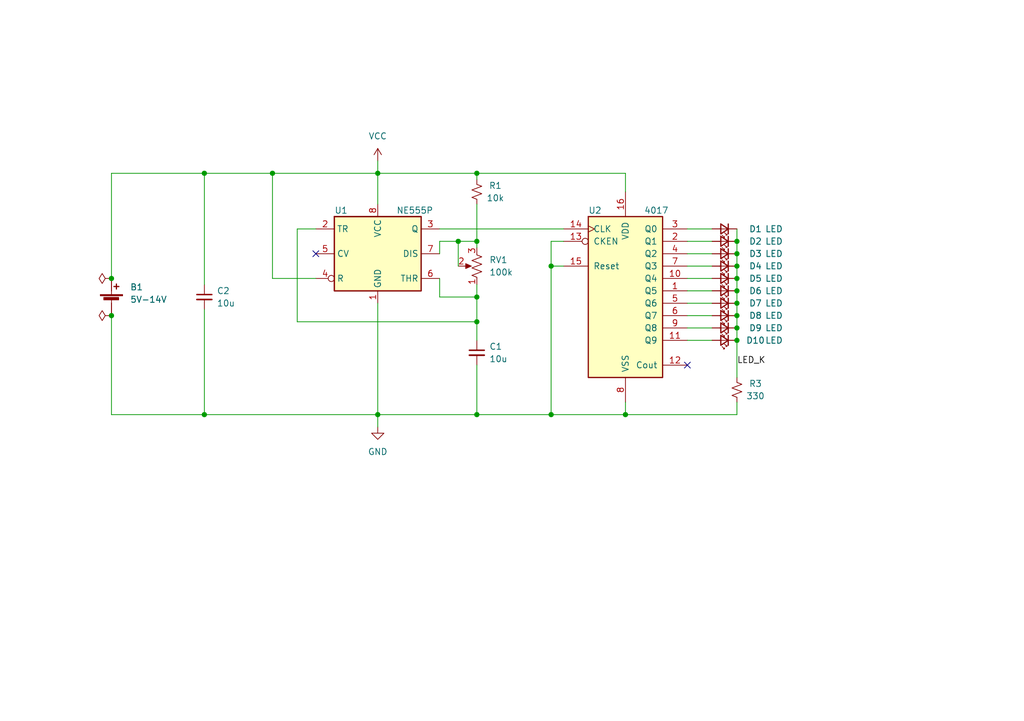
<source format=kicad_sch>
(kicad_sch (version 20211123) (generator eeschema)
  (paper "A5")
  (title_block (title "Solder Project") (comment 1 "By Zane C"))
  (lib_symbols
    (symbol "4xxx:4017" (pin_names (offset 1.016))
      (property "Reference" "U" (at -7.62 16.51 0))
      (property "Value" "4017" (at -7.62 -19.05 0))
      (symbol "4017_1_0"
        (pin output line (at 12.7 0 180) (length 5.08) (name "Q5") (number "1"))
        (pin output line (at 12.7 2.54 180) (length 5.08) (name "Q4") (number "10"))
        (pin output line (at 12.7 -10.16 180) (length 5.08) (name "Q9") (number "11"))
        (pin output line (at 12.7 -15.24 180) (length 5.08) (name "Cout") (number "12"))
        (pin input inverted (at -12.7 10.16 0) (length 5.08) (name "CKEN") (number "13"))
        (pin input clock (at -12.7 12.7 0) (length 5.08) (name "CLK") (number "14"))
        (pin input line (at -12.7 5.08 0) (length 5.08) (name "Reset") (number "15"))
        (pin power_in line (at 0 20.32 270) (length 5.08) (name "VDD") (number "16"))
        (pin output line (at 12.7 10.16 180) (length 5.08) (name "Q1") (number "2"))
        (pin output line (at 12.7 12.7 180) (length 5.08) (name "Q0") (number "3"))
        (pin output line (at 12.7 7.62 180) (length 5.08) (name "Q2") (number "4"))
        (pin output line (at 12.7 -2.54 180) (length 5.08) (name "Q6") (number "5"))
        (pin output line (at 12.7 -5.08 180) (length 5.08) (name "Q7") (number "6"))
        (pin output line (at 12.7 5.08 180) (length 5.08) (name "Q3") (number "7"))
        (pin power_in line (at 0 -22.86 90) (length 5.08) (name "VSS") (number "8"))
        (pin output line (at 12.7 -7.62 180) (length 5.08) (name "Q8") (number "9"))
      )
      (symbol "4017_1_1"
        (rectangle (start -7.62 15.24) (end 7.62 -17.78) (stroke (width 0.254)) (fill (type background)))
      )
    )
    (symbol "Device:Battery_Cell" (pin_numbers hide) (pin_names (offset 0) hide)
      (property "Reference" "BT" (at 2.54 2.54 0))
      (property "Value" "Battery_Cell" (at 2.54 0 0))
      (symbol "Battery_Cell_0_1"
        (rectangle (start -2.286 1.778) (end 2.286 1.524) (fill (type outline)))
        (rectangle (start -1.5748 1.1938) (end 1.4732 0.6858) (fill (type outline)))
        (polyline (pts (xy 0 0.762) (xy 0 0)))
        (polyline (pts (xy 0 1.778) (xy 0 2.54)))
        (polyline (pts (xy 0.508 3.429) (xy 1.524 3.429)) (stroke (width 0.254)))
        (polyline (pts (xy 1.016 3.937) (xy 1.016 2.921)) (stroke (width 0.254)))
      )
      (symbol "Battery_Cell_1_1"
        (pin passive line (at 0 5.08 270) (length 2.54) (name "+") (number "1"))
        (pin passive line (at 0 -2.54 90) (length 2.54) (name "-") (number "2"))
      )
    )
    (symbol "Device:C_Small" (pin_numbers hide) (pin_names (offset 0.254) hide)
      (property "Reference" "C" (at 0.254 1.778 0))
      (property "Value" "C_Small" (at 0.254 -2.032 0))
      (symbol "C_Small_0_1"
        (polyline (pts (xy -1.524 -0.508) (xy 1.524 -0.508)) (stroke (width 0.3302)))
        (polyline (pts (xy -1.524 0.508) (xy 1.524 0.508)) (stroke (width 0.3048)))
      )
      (symbol "C_Small_1_1"
        (pin passive line (at 0 2.54 270) (length 2.032) (name "~") (number "1"))
        (pin passive line (at 0 -2.54 90) (length 2.032) (name "~") (number "2"))
      )
    )
    (symbol "Device:LED_Small" (pin_numbers hide) (pin_names (offset 0.254) hide)
      (property "Reference" "D" (at -1.27 3.175 0))
      (property "Value" "LED_Small" (at -4.445 -2.54 0))
      (symbol "LED_Small_0_1"
        (polyline (pts (xy -0.762 -1.016) (xy -0.762 1.016)) (stroke (width 0.254)))
        (polyline (pts (xy 1.016 0) (xy -0.762 0)))
        (polyline (pts (xy 0.762 -1.016) (xy -0.762 0) (xy 0.762 1.016) (xy 0.762 -1.016)) (stroke (width 0.254)))
        (polyline (pts (xy 0 0.762) (xy -0.508 1.27) (xy -0.254 1.27) (xy -0.508 1.27) (xy -0.508 1.016)))
        (polyline (pts (xy 0.508 1.27) (xy 0 1.778) (xy 0.254 1.778) (xy 0 1.778) (xy 0 1.524)))
      )
      (symbol "LED_Small_1_1"
        (pin passive line (at -2.54 0 0) (length 1.778) (name "K") (number "1"))
        (pin passive line (at 2.54 0 180) (length 1.778) (name "A") (number "2"))
      )
    )
    (symbol "Device:R_Potentiometer_US" (pin_names (offset 1.016) hide)
      (property "Reference" "RV" (at -4.445 0 90))
      (property "Value" "R_Potentiometer_US" (at -2.54 0 90))
      (symbol "R_Potentiometer_US_0_1"
        (polyline (pts (xy 0 -2.286) (xy 0 -2.54)))
        (polyline (pts (xy 0 2.54) (xy 0 2.286)))
        (polyline (pts (xy 2.54 0) (xy 1.524 0)))
        (polyline (pts (xy 1.143 0) (xy 2.286 0.508) (xy 2.286 -0.508) (xy 1.143 0)) (fill (type outline)))
        (polyline (pts (xy 0 -0.762) (xy 1.016 -1.143) (xy 0 -1.524) (xy -1.016 -1.905) (xy 0 -2.286)))
        (polyline (pts (xy 0 0.762) (xy 1.016 0.381) (xy 0 0) (xy -1.016 -0.381) (xy 0 -0.762)))
        (polyline (pts (xy 0 2.286) (xy 1.016 1.905) (xy 0 1.524) (xy -1.016 1.143) (xy 0 0.762)))
      )
      (symbol "R_Potentiometer_US_1_1"
        (pin passive line (at 0 3.81 270) (length 1.27) (name "1") (number "1"))
        (pin passive line (at 3.81 0 180) (length 1.27) (name "2") (number "2"))
        (pin passive line (at 0 -3.81 90) (length 1.27) (name "3") (number "3"))
      )
    )
    (symbol "Device:R_Small_US" (pin_numbers hide) (pin_names (offset 0.254) hide)
      (property "Reference" "R" (at 0.762 0.508 0))
      (property "Value" "R_Small_US" (at 0.762 -1.016 0))
      (symbol "R_Small_US_1_1"
        (polyline (pts (xy 0 0) (xy 1.016 -0.381) (xy 0 -0.762) (xy -1.016 -1.143) (xy 0 -1.524)))
        (polyline (pts (xy 0 1.524) (xy 1.016 1.143) (xy 0 0.762) (xy -1.016 0.381) (xy 0 0)))
        (pin passive line (at 0 2.54 270) (length 1.016) (name "~") (number "1"))
        (pin passive line (at 0 -2.54 90) (length 1.016) (name "~") (number "2"))
      )
    )
    (symbol "Timer:NE555P"
      (property "Reference" "U" (at -10.16 8.89 0))
      (property "Value" "NE555P" (at 2.54 8.89 0))
      (symbol "NE555P_0_0"
        (pin power_in line (at 0 -10.16 90) (length 2.54) (name "GND") (number "1"))
        (pin power_in line (at 0 10.16 270) (length 2.54) (name "VCC") (number "8"))
      )
      (symbol "NE555P_0_1"
        (rectangle (start -8.89 -7.62) (end 8.89 7.62) (stroke (width 0.254)) (fill (type background)))
        (rectangle (start -8.89 -7.62) (end 8.89 7.62) (stroke (width 0.254)) (fill (type background)))
      )
      (symbol "NE555P_1_1"
        (pin input line (at -12.7 5.08 0) (length 3.81) (name "TR") (number "2"))
        (pin output line (at 12.7 5.08 180) (length 3.81) (name "Q") (number "3"))
        (pin input inverted (at -12.7 -5.08 0) (length 3.81) (name "R") (number "4"))
        (pin input line (at -12.7 0 0) (length 3.81) (name "CV") (number "5"))
        (pin input line (at 12.7 -5.08 180) (length 3.81) (name "THR") (number "6"))
        (pin input line (at 12.7 0 180) (length 3.81) (name "DIS") (number "7"))
      )
    )
    (symbol "power:GND" (power) (pin_names (offset 0))
      (property "Value" "GND" (at 0 -3.81 0))
      (symbol "GND_0_1"
        (polyline (pts (xy 0 0) (xy 0 -1.27) (xy 1.27 -1.27) (xy 0 -2.54) (xy -1.27 -1.27) (xy 0 -1.27)))
      )
      (symbol "GND_1_1"
        (pin power_in line (at 0 0 270) (length 0) hide (name "GND") (number "1"))
      )
    )
    (symbol "power:PWR_FLAG" (power) (pin_numbers hide) (pin_names (offset 0) hide)
      (property "Value" "PWR_FLAG" (at 0 3.81 0))
      (symbol "PWR_FLAG_0_0"
        (pin power_out line (at 0 0 90) (length 0) (name "pwr") (number "1"))
      )
      (symbol "PWR_FLAG_0_1"
        (polyline (pts (xy 0 0) (xy 0 1.27) (xy -1.016 1.905) (xy 0 2.54) (xy 1.016 1.905) (xy 0 1.27)))
      )
    )
    (symbol "power:VCC" (power) (pin_names (offset 0))
      (property "Value" "VCC" (at 0 3.81 0))
      (symbol "VCC_0_1"
        (polyline (pts (xy -0.762 1.27) (xy 0 2.54)))
        (polyline (pts (xy 0 0) (xy 0 2.54)))
        (polyline (pts (xy 0 2.54) (xy 0.762 1.27)))
      )
      (symbol "VCC_1_1"
        (pin power_in line (at 0 0 90) (length 0) hide (name "VCC") (number "1"))
      )
    )
  )
  (junction (at 151.13 67.31))
  (junction (at 113.03 54.61))
  (junction (at 151.13 64.77))
  (junction (at 41.91 85.09))
  (junction (at 151.13 62.23))
  (junction (at 97.79 85.09))
  (junction (at 41.91 35.56))
  (junction (at 77.47 85.09))
  (junction (at 93.98 49.53))
  (junction (at 55.88 35.56))
  (junction (at 113.03 85.09))
  (junction (at 151.13 49.53))
  (junction (at 151.13 54.61))
  (junction (at 97.79 60.96))
  (junction (at 151.13 52.07))
  (junction (at 22.86 64.77))
  (junction (at 151.13 69.85))
  (junction (at 97.79 49.53))
  (junction (at 151.13 59.69))
  (junction (at 151.13 57.15))
  (junction (at 97.79 66.04))
  (junction (at 22.86 57.15))
  (junction (at 128.27 85.09))
  (junction (at 97.79 35.56))
  (junction (at 77.47 35.56))
  (no_connect (at 140.97 74.93))
  (no_connect (at 64.77 52.07))
  (wire (pts (xy 22.86 85.09) (xy 41.91 85.09)))
  (wire (pts (xy 22.86 35.56) (xy 22.86 57.15)))
  (wire (pts (xy 41.91 35.56) (xy 41.91 58.42)))
  (wire (pts (xy 151.13 85.09) (xy 128.27 85.09)))
  (wire (pts (xy 146.05 52.07) (xy 140.97 52.07)))
  (wire (pts (xy 146.05 59.69) (xy 140.97 59.69)))
  (wire (pts (xy 151.13 82.55) (xy 151.13 85.09)))
  (wire (pts (xy 77.47 35.56) (xy 97.79 35.56)))
  (wire (pts (xy 128.27 85.09) (xy 128.27 82.55)))
  (wire (pts (xy 97.79 41.91) (xy 97.79 49.53)))
  (wire (pts (xy 146.05 57.15) (xy 140.97 57.15)))
  (wire (pts (xy 93.98 49.53) (xy 93.98 54.61)))
  (wire (pts (xy 90.17 46.99) (xy 115.57 46.99)))
  (wire (pts (xy 97.79 50.8) (xy 97.79 49.53)))
  (wire (pts (xy 41.91 35.56) (xy 22.86 35.56)))
  (wire (pts (xy 90.17 52.07) (xy 90.17 49.53)))
  (wire (pts (xy 77.47 85.09) (xy 77.47 87.63)))
  (wire (pts (xy 151.13 69.85) (xy 151.13 77.47)))
  (wire (pts (xy 90.17 60.96) (xy 90.17 57.15)))
  (wire (pts (xy 77.47 35.56) (xy 77.47 41.91)))
  (wire (pts (xy 146.05 54.61) (xy 140.97 54.61)))
  (wire (pts (xy 151.13 52.07) (xy 151.13 54.61)))
  (wire (pts (xy 97.79 60.96) (xy 90.17 60.96)))
  (wire (pts (xy 90.17 49.53) (xy 93.98 49.53)))
  (wire (pts (xy 128.27 35.56) (xy 128.27 39.37)))
  (wire (pts (xy 55.88 35.56) (xy 41.91 35.56)))
  (wire (pts (xy 60.96 66.04) (xy 60.96 46.99)))
  (wire (pts (xy 151.13 62.23) (xy 151.13 64.77)))
  (wire (pts (xy 97.79 35.56) (xy 128.27 35.56)))
  (wire (pts (xy 41.91 63.5) (xy 41.91 85.09)))
  (wire (pts (xy 97.79 60.96) (xy 97.79 66.04)))
  (wire (pts (xy 151.13 46.99) (xy 151.13 49.53)))
  (wire (pts (xy 151.13 59.69) (xy 151.13 62.23)))
  (wire (pts (xy 146.05 69.85) (xy 140.97 69.85)))
  (wire (pts (xy 146.05 49.53) (xy 140.97 49.53)))
  (wire (pts (xy 97.79 60.96) (xy 97.79 58.42)))
  (wire (pts (xy 60.96 46.99) (xy 64.77 46.99)))
  (wire (pts (xy 151.13 49.53) (xy 151.13 52.07)))
  (wire (pts (xy 64.77 57.15) (xy 55.88 57.15)))
  (wire (pts (xy 77.47 85.09) (xy 97.79 85.09)))
  (wire (pts (xy 113.03 85.09) (xy 128.27 85.09)))
  (wire (pts (xy 77.47 33.02) (xy 77.47 35.56)))
  (wire (pts (xy 113.03 54.61) (xy 115.57 54.61)))
  (wire (pts (xy 97.79 66.04) (xy 97.79 69.85)))
  (wire (pts (xy 146.05 67.31) (xy 140.97 67.31)))
  (wire (pts (xy 77.47 62.23) (xy 77.47 85.09)))
  (wire (pts (xy 41.91 85.09) (xy 77.47 85.09)))
  (wire (pts (xy 146.05 64.77) (xy 140.97 64.77)))
  (wire (pts (xy 113.03 49.53) (xy 113.03 54.61)))
  (wire (pts (xy 146.05 46.99) (xy 140.97 46.99)))
  (wire (pts (xy 151.13 67.31) (xy 151.13 69.85)))
  (wire (pts (xy 55.88 35.56) (xy 77.47 35.56)))
  (wire (pts (xy 60.96 66.04) (xy 97.79 66.04)))
  (wire (pts (xy 151.13 54.61) (xy 151.13 57.15)))
  (wire (pts (xy 151.13 57.15) (xy 151.13 59.69)))
  (wire (pts (xy 22.86 64.77) (xy 22.86 85.09)))
  (wire (pts (xy 97.79 74.93) (xy 97.79 85.09)))
  (wire (pts (xy 113.03 54.61) (xy 113.03 85.09)))
  (wire (pts (xy 55.88 57.15) (xy 55.88 35.56)))
  (wire (pts (xy 97.79 85.09) (xy 113.03 85.09)))
  (wire (pts (xy 151.13 64.77) (xy 151.13 67.31)))
  (wire (pts (xy 146.05 62.23) (xy 140.97 62.23)))
  (wire (pts (xy 97.79 35.56) (xy 97.79 36.83)))
  (wire (pts (xy 113.03 49.53) (xy 115.57 49.53)))
  (wire (pts (xy 93.98 49.53) (xy 97.79 49.53)))
  (label "LED_K" (at 151.13 74.93 0))
  (symbol (lib_id "power:VCC") (at 77.47 33.02 0) (unit 1)
    (property "Reference" "#PWR0102" (effects hide))
    (property "Value" "VCC" (at 77.47 27.94 0))
  )
  (symbol (lib_id "Device:LED_Small") (at 148.59 49.53 180) (unit 1)
    (property "Reference" "D2" (at 154.94 49.53 0))
    (property "Value" "LED" (at 158.75 49.53 0))
    (property "Footprint" "LED_THT:LED_D4.0mm" (effects hide))
    (property "Datasheet" "https://www.mouser.com/datasheet/2/723/C5SMF_RJF_RJE_GJF_GJE_BJF_BJE_1240-2256911.pdf" (effects hide))
  )
  (symbol (lib_id "Device:LED_Small") (at 148.59 54.61 180) (unit 1)
    (property "Reference" "D4" (at 154.94 54.61 0))
    (property "Value" "LED" (at 158.75 54.61 0))
    (property "Footprint" "LED_THT:LED_D4.0mm" (effects hide))
    (property "Datasheet" "https://www.mouser.com/datasheet/2/723/C5SMF_RJF_RJE_GJF_GJE_BJF_BJE_1240-2256911.pdf" (effects hide))
  )
  (symbol (lib_id "Device:C_Small") (at 97.79 72.39 0) (unit 1)
    (property "Reference" "C1" (at 100.33 71.12 0) (effects (justify left)))
    (property "Value" "10u" (at 100.33 73.6662 0) (effects (justify left)))
    (property "Footprint" "Capacitor_THT:CP_Radial_D5.0mm_P2.00mm" (effects hide))
    (property "Datasheet" "https://www.mouser.com/datasheet/2/445/860020372001-3099314.pdf" (effects hide))
  )
  (symbol (lib_id "Device:Battery_Cell") (at 22.86 62.23 0) (unit 1)
    (property "Reference" "B1" (at 26.67 58.9279 0) (effects (justify left)))
    (property "Value" "5V-14V" (at 26.67 61.4679 0) (effects (justify left)))
    (property "Footprint" "Connector_PinHeader_2.54mm:PinHeader_1x02_P2.54mm_Vertical" (effects hide))
    (property "Datasheet" "https://www.mouser.com/datasheet/2/215/84_4_84_8-742385.pdf" (effects hide))
  )
  (symbol (lib_id "power:PWR_FLAG") (at 22.86 57.15 90) (unit 1)
    (property "Reference" "#FLG0101" (effects hide))
    (property "Value" "PWR_FLAG" (effects hide))
  )
  (symbol (lib_id "Device:LED_Small") (at 148.59 64.77 180) (unit 1)
    (property "Reference" "D8" (at 154.94 64.77 0))
    (property "Value" "LED" (at 158.75 64.77 0))
    (property "Footprint" "LED_THT:LED_D4.0mm" (effects hide))
    (property "Datasheet" "https://www.mouser.com/datasheet/2/723/C5SMF_RJF_RJE_GJF_GJE_BJF_BJE_1240-2256911.pdf" (effects hide))
  )
  (symbol (lib_id "Device:R_Small_US") (at 151.13 80.01 0) (unit 1)
    (property "Reference" "R3" (at 154.94 78.74 0))
    (property "Value" "330" (at 154.94 81.28 0))
    (property "Footprint" "Resistor_THT:R_Axial_DIN0207_L6.3mm_D2.5mm_P10.16mm_Horizontal" (effects hide))
    (property "Datasheet" "https://www.mouser.com/datasheet/2/447/YAGEO_CFR_datasheet_2021v0-3002993.pdf" (effects hide))
  )
  (symbol (lib_id "Device:LED_Small") (at 148.59 59.69 180) (unit 1)
    (property "Reference" "D6" (at 154.94 59.69 0))
    (property "Value" "LED" (at 158.75 59.69 0))
    (property "Footprint" "LED_THT:LED_D4.0mm" (effects hide))
    (property "Datasheet" "https://www.mouser.com/datasheet/2/723/C5SMF_RJF_RJE_GJF_GJE_BJF_BJE_1240-2256911.pdf" (effects hide))
  )
  (symbol (lib_id "Device:LED_Small") (at 148.59 62.23 180) (unit 1)
    (property "Reference" "D7" (at 154.94 62.23 0))
    (property "Value" "LED" (at 158.75 62.23 0))
    (property "Footprint" "LED_THT:LED_D4.0mm" (effects hide))
    (property "Datasheet" "https://www.mouser.com/datasheet/2/723/C5SMF_RJF_RJE_GJF_GJE_BJF_BJE_1240-2256911.pdf" (effects hide))
  )
  (symbol (lib_id "Device:LED_Small") (at 148.59 52.07 180) (unit 1)
    (property "Reference" "D3" (at 154.94 52.07 0))
    (property "Value" "LED" (at 158.75 52.07 0))
    (property "Footprint" "LED_THT:LED_D4.0mm" (effects hide))
    (property "Datasheet" "https://www.mouser.com/datasheet/2/723/C5SMF_RJF_RJE_GJF_GJE_BJF_BJE_1240-2256911.pdf" (effects hide))
  )
  (symbol (lib_id "Device:C_Small") (at 41.91 60.96 0) (unit 1)
    (property "Reference" "C2" (at 44.45 59.69 0) (effects (justify left)))
    (property "Value" "10u" (at 44.45 62.2362 0) (effects (justify left)))
    (property "Footprint" "Capacitor_THT:CP_Radial_D5.0mm_P2.00mm" (effects hide))
    (property "Datasheet" "https://www.mouser.com/datasheet/2/445/860020372001-3099314.pdf" (effects hide))
  )
  (symbol (lib_id "Device:LED_Small") (at 148.59 67.31 180) (unit 1)
    (property "Reference" "D9" (at 154.94 67.31 0))
    (property "Value" "LED" (at 158.75 67.31 0))
    (property "Footprint" "LED_THT:LED_D4.0mm" (effects hide))
    (property "Datasheet" "https://www.mouser.com/datasheet/2/723/C5SMF_RJF_RJE_GJF_GJE_BJF_BJE_1240-2256911.pdf" (effects hide))
  )
  (symbol (lib_id "power:GND") (at 77.47 87.63 0) (unit 1)
    (property "Reference" "#PWR0101" (effects hide))
    (property "Value" "GND" (at 77.47 92.71 0))
  )
  (symbol (lib_id "Device:LED_Small") (at 148.59 57.15 180) (unit 1)
    (property "Reference" "D5" (at 154.94 57.15 0))
    (property "Value" "LED" (at 158.75 57.15 0))
    (property "Footprint" "LED_THT:LED_D4.0mm" (effects hide))
    (property "Datasheet" "https://www.mouser.com/datasheet/2/723/C5SMF_RJF_RJE_GJF_GJE_BJF_BJE_1240-2256911.pdf" (effects hide))
  )
  (symbol (lib_id "Device:R_Small_US") (at 97.79 39.37 180) (unit 1)
    (property "Reference" "R1" (at 101.6 38.1 0))
    (property "Value" "10k" (at 101.6 40.64 0))
    (property "Footprint" "Resistor_THT:R_Axial_DIN0207_L6.3mm_D2.5mm_P10.16mm_Horizontal" (effects hide))
    (property "Datasheet" "https://www.mouser.com/datasheet/2/447/YAGEO_CFR_datasheet_2021v0-3002993.pdf" (effects hide))
  )
  (symbol (lib_id "Device:LED_Small") (at 148.59 69.85 180) (unit 1)
    (property "Reference" "D10" (at 154.94 69.85 0))
    (property "Value" "LED" (at 158.75 69.85 0))
    (property "Footprint" "LED_THT:LED_D4.0mm" (effects hide))
    (property "Datasheet" "https://www.mouser.com/datasheet/2/723/C5SMF_RJF_RJE_GJF_GJE_BJF_BJE_1240-2256911.pdf" (effects hide))
  )
  (symbol (lib_id "Timer:NE555P") (at 77.47 52.07 0) (unit 1)
    (property "Reference" "U1" (at 68.58 43.18 0) (effects (justify left)))
    (property "Value" "NE555P" (at 81.28 43.18 0) (effects (justify left)))
    (property "Footprint" "Package_DIP:DIP-8_W7.62mm" (effects hide))
    (property "Datasheet" "http://www.ti.com/lit/ds/symlink/ne555.pdf" (effects hide))
  )
  (symbol (lib_id "4xxx:4017") (at 128.27 59.69 0) (unit 1)
    (property "Reference" "U2" (at 120.65 43.18 0) (effects (justify left)))
    (property "Value" "4017" (at 132.08 43.18 0) (effects (justify left)))
    (property "Footprint" "Package_DIP:DIP-16_W7.62mm" (effects hide))
    (property "Datasheet" "https://www.ti.com/lit/ds/symlink/cd4017b.pdf?HQS=dis-dk-null-digikeymode-dsf-pf-null-wwe&ts=1676074977843&ref_url=https%253A%252F%252Fwww.ti.com%252Fgeneral%252Fdocs%252Fsuppproductinfo.tsp%253FdistId%253D10%2526gotoUrl%253Dhttps%253A%252F%252Fwww.ti.com%252Flit%252Fgpn%252Fcd4017b" (effects hide))
  )
  (symbol (lib_id "Device:R_Potentiometer_US") (at 97.79 54.61 180) (unit 1)
    (property "Reference" "RV1" (at 100.33 53.3399 0) (effects (justify right)))
    (property "Value" "100k" (at 100.33 55.8799 0) (effects (justify right)))
    (property "Footprint" "aFootprint:trimpot-3306KPW" (effects hide))
    (property "Datasheet" "https://www.mouser.com/datasheet/2/54/3306-776934.pdf" (effects hide))
  )
  (symbol (lib_id "Device:LED_Small") (at 148.59 46.99 180) (unit 1)
    (property "Reference" "D1" (at 154.94 46.99 0))
    (property "Value" "LED" (at 158.75 46.99 0))
    (property "Footprint" "LED_THT:LED_D4.0mm" (effects hide))
    (property "Datasheet" "https://www.mouser.com/datasheet/2/723/C5SMF_RJF_RJE_GJF_GJE_BJF_BJE_1240-2256911.pdf" (effects hide))
  )
  (symbol (lib_id "power:PWR_FLAG") (at 22.86 64.77 90) (unit 1)
    (property "Reference" "#FLG0102" (effects hide))
    (property "Value" "PWR_FLAG" (effects hide))
  )
)
</source>
